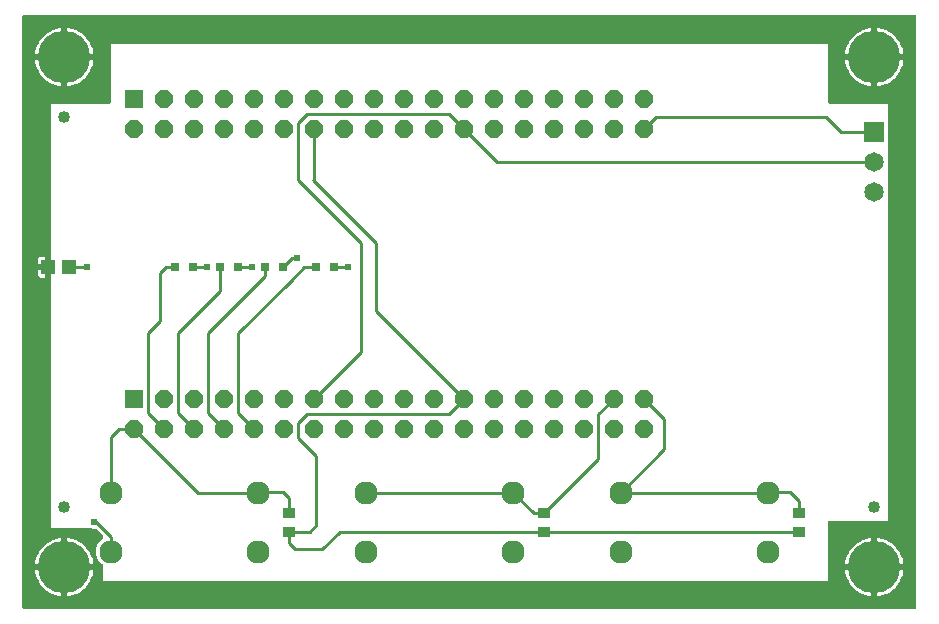
<source format=gbr>
G04 EAGLE Gerber RS-274X export*
G75*
%MOMM*%
%FSLAX34Y34*%
%LPD*%
%INTop Copper*%
%IPPOS*%
%AMOC8*
5,1,8,0,0,1.08239X$1,22.5*%
G01*
%ADD10R,1.524000X1.524000*%
%ADD11P,1.649562X8X22.500000*%
%ADD12R,1.651000X1.651000*%
%ADD13C,1.651000*%
%ADD14C,1.960000*%
%ADD15R,0.800000X0.800000*%
%ADD16R,1.031241X0.949959*%
%ADD17C,4.445000*%
%ADD18C,1.016000*%
%ADD19R,1.143000X1.270000*%
%ADD20C,0.254000*%
%ADD21C,0.609600*%

G36*
X2556Y3692D02*
X2556Y3692D01*
X2563Y3573D01*
X2576Y3535D01*
X2581Y3494D01*
X2624Y3384D01*
X2661Y3271D01*
X2683Y3236D01*
X2698Y3199D01*
X2767Y3103D01*
X2831Y3002D01*
X2861Y2974D01*
X2884Y2941D01*
X2976Y2865D01*
X3063Y2784D01*
X3098Y2764D01*
X3129Y2739D01*
X3237Y2688D01*
X3341Y2630D01*
X3381Y2620D01*
X3417Y2603D01*
X3534Y2581D01*
X3649Y2551D01*
X3709Y2547D01*
X3729Y2543D01*
X3750Y2545D01*
X3810Y2541D01*
X757992Y2541D01*
X758109Y2556D01*
X758228Y2563D01*
X758267Y2575D01*
X758307Y2581D01*
X758417Y2624D01*
X758531Y2661D01*
X758565Y2683D01*
X758603Y2698D01*
X758699Y2767D01*
X758799Y2831D01*
X758827Y2861D01*
X758860Y2884D01*
X758936Y2976D01*
X759017Y3062D01*
X759037Y3098D01*
X759063Y3129D01*
X759114Y3237D01*
X759171Y3341D01*
X759181Y3380D01*
X759198Y3417D01*
X759221Y3534D01*
X759250Y3649D01*
X759254Y3709D01*
X759258Y3729D01*
X759257Y3750D01*
X759261Y3809D01*
X759359Y253999D01*
X759458Y504190D01*
X759443Y504308D01*
X759435Y504427D01*
X759423Y504465D01*
X759418Y504505D01*
X759374Y504616D01*
X759337Y504729D01*
X759316Y504763D01*
X759301Y504801D01*
X759231Y504897D01*
X759167Y504998D01*
X759138Y505026D01*
X759114Y505058D01*
X759023Y505134D01*
X758936Y505216D01*
X758900Y505236D01*
X758870Y505261D01*
X758762Y505312D01*
X758657Y505370D01*
X758618Y505380D01*
X758582Y505397D01*
X758465Y505419D01*
X758349Y505449D01*
X758290Y505453D01*
X758270Y505457D01*
X758249Y505455D01*
X758189Y505459D01*
X3810Y505459D01*
X3692Y505444D01*
X3573Y505437D01*
X3535Y505424D01*
X3494Y505419D01*
X3384Y505376D01*
X3271Y505339D01*
X3236Y505317D01*
X3199Y505302D01*
X3103Y505233D01*
X3002Y505169D01*
X2974Y505139D01*
X2941Y505116D01*
X2865Y505024D01*
X2784Y504937D01*
X2764Y504902D01*
X2739Y504871D01*
X2688Y504763D01*
X2630Y504659D01*
X2620Y504619D01*
X2603Y504583D01*
X2581Y504466D01*
X2551Y504351D01*
X2547Y504291D01*
X2543Y504271D01*
X2545Y504250D01*
X2541Y504190D01*
X2541Y3810D01*
X2556Y3692D01*
G37*
%LPC*%
G36*
X26669Y281941D02*
X26669Y281941D01*
X26669Y290830D01*
X26654Y290948D01*
X26647Y291067D01*
X26634Y291105D01*
X26629Y291145D01*
X26585Y291256D01*
X26549Y291369D01*
X26527Y291404D01*
X26512Y291441D01*
X26442Y291537D01*
X26379Y291638D01*
X26349Y291666D01*
X26325Y291698D01*
X26234Y291774D01*
X26147Y291856D01*
X26112Y291875D01*
X26080Y291901D01*
X25973Y291952D01*
X25869Y292009D01*
X25829Y292020D01*
X25793Y292037D01*
X25676Y292059D01*
X25561Y292089D01*
X25500Y292093D01*
X25480Y292097D01*
X25460Y292095D01*
X25400Y292099D01*
X24129Y292099D01*
X24129Y292101D01*
X25400Y292101D01*
X25518Y292116D01*
X25637Y292123D01*
X25675Y292136D01*
X25715Y292141D01*
X25826Y292185D01*
X25939Y292221D01*
X25974Y292243D01*
X26011Y292258D01*
X26107Y292328D01*
X26208Y292391D01*
X26236Y292421D01*
X26268Y292445D01*
X26344Y292536D01*
X26426Y292623D01*
X26445Y292658D01*
X26471Y292690D01*
X26522Y292797D01*
X26579Y292901D01*
X26590Y292941D01*
X26607Y292977D01*
X26629Y293094D01*
X26659Y293209D01*
X26663Y293270D01*
X26667Y293290D01*
X26665Y293310D01*
X26669Y293370D01*
X26669Y302259D01*
X26669Y302260D01*
X26669Y430531D01*
X76200Y430531D01*
X76318Y430546D01*
X76437Y430553D01*
X76475Y430566D01*
X76516Y430571D01*
X76626Y430614D01*
X76739Y430651D01*
X76774Y430673D01*
X76811Y430688D01*
X76907Y430758D01*
X77008Y430821D01*
X77036Y430851D01*
X77069Y430874D01*
X77145Y430966D01*
X77226Y431053D01*
X77246Y431088D01*
X77271Y431119D01*
X77322Y431227D01*
X77380Y431331D01*
X77390Y431371D01*
X77407Y431407D01*
X77429Y431524D01*
X77459Y431639D01*
X77463Y431700D01*
X77467Y431720D01*
X77465Y431740D01*
X77469Y431800D01*
X77469Y481331D01*
X684531Y481331D01*
X684531Y431800D01*
X684546Y431682D01*
X684553Y431563D01*
X684566Y431525D01*
X684571Y431484D01*
X684614Y431374D01*
X684651Y431261D01*
X684673Y431226D01*
X684688Y431189D01*
X684758Y431093D01*
X684821Y430992D01*
X684851Y430964D01*
X684874Y430931D01*
X684966Y430856D01*
X685053Y430774D01*
X685088Y430754D01*
X685119Y430729D01*
X685227Y430678D01*
X685331Y430620D01*
X685371Y430610D01*
X685407Y430593D01*
X685524Y430571D01*
X685639Y430541D01*
X685700Y430537D01*
X685720Y430533D01*
X685740Y430535D01*
X685800Y430531D01*
X735331Y430531D01*
X735331Y77469D01*
X685800Y77469D01*
X685682Y77454D01*
X685563Y77447D01*
X685525Y77434D01*
X685484Y77429D01*
X685374Y77386D01*
X685261Y77349D01*
X685226Y77327D01*
X685189Y77312D01*
X685093Y77243D01*
X684992Y77179D01*
X684964Y77149D01*
X684931Y77126D01*
X684856Y77034D01*
X684774Y76947D01*
X684754Y76912D01*
X684729Y76881D01*
X684678Y76773D01*
X684620Y76669D01*
X684610Y76629D01*
X684593Y76593D01*
X684571Y76476D01*
X684541Y76361D01*
X684537Y76301D01*
X684533Y76281D01*
X684535Y76260D01*
X684531Y76200D01*
X684531Y26669D01*
X71119Y26669D01*
X71119Y39513D01*
X71116Y39543D01*
X71118Y39572D01*
X71096Y39700D01*
X71079Y39829D01*
X71069Y39856D01*
X71063Y39885D01*
X71010Y40004D01*
X70962Y40124D01*
X70945Y40148D01*
X70933Y40175D01*
X70852Y40277D01*
X70776Y40382D01*
X70753Y40401D01*
X70734Y40424D01*
X70630Y40502D01*
X70531Y40585D01*
X70504Y40597D01*
X70480Y40615D01*
X70336Y40686D01*
X70210Y40738D01*
X66738Y44210D01*
X64859Y48745D01*
X64859Y53655D01*
X66738Y58190D01*
X70210Y61662D01*
X70336Y61714D01*
X70361Y61729D01*
X70389Y61738D01*
X70499Y61807D01*
X70612Y61872D01*
X70633Y61892D01*
X70658Y61908D01*
X70747Y62003D01*
X70840Y62093D01*
X70856Y62118D01*
X70876Y62140D01*
X70939Y62254D01*
X71007Y62364D01*
X71015Y62392D01*
X71030Y62418D01*
X71062Y62544D01*
X71100Y62668D01*
X71102Y62698D01*
X71109Y62726D01*
X71119Y62887D01*
X71119Y64066D01*
X71107Y64164D01*
X71104Y64263D01*
X71087Y64321D01*
X71079Y64381D01*
X71043Y64473D01*
X71015Y64569D01*
X70985Y64621D01*
X70962Y64677D01*
X70904Y64757D01*
X70854Y64842D01*
X70788Y64918D01*
X70776Y64934D01*
X70766Y64942D01*
X70748Y64963D01*
X65471Y70240D01*
X65393Y70300D01*
X65321Y70368D01*
X65268Y70397D01*
X65220Y70434D01*
X65129Y70474D01*
X65042Y70522D01*
X64984Y70537D01*
X64928Y70561D01*
X64830Y70576D01*
X64734Y70601D01*
X64634Y70607D01*
X64614Y70611D01*
X64602Y70609D01*
X64574Y70611D01*
X62388Y70611D01*
X61395Y71023D01*
X61386Y71025D01*
X61378Y71030D01*
X61234Y71067D01*
X61089Y71107D01*
X61079Y71107D01*
X61070Y71109D01*
X60910Y71119D01*
X26669Y71119D01*
X26669Y281940D01*
X26669Y281941D01*
G37*
%LPD*%
%LPC*%
G36*
X726439Y40639D02*
X726439Y40639D01*
X726439Y62736D01*
X728055Y62554D01*
X730767Y61935D01*
X733392Y61017D01*
X735899Y59810D01*
X738254Y58330D01*
X740429Y56595D01*
X742395Y54629D01*
X744130Y52454D01*
X745610Y50099D01*
X746817Y47592D01*
X747735Y44967D01*
X748354Y42255D01*
X748536Y40639D01*
X726439Y40639D01*
G37*
%LPD*%
%LPC*%
G36*
X40639Y472439D02*
X40639Y472439D01*
X40639Y494536D01*
X42255Y494354D01*
X44967Y493735D01*
X47592Y492817D01*
X50099Y491610D01*
X52454Y490130D01*
X54629Y488395D01*
X56595Y486429D01*
X58330Y484254D01*
X59810Y481899D01*
X61017Y479392D01*
X61935Y476767D01*
X62554Y474055D01*
X62736Y472439D01*
X40639Y472439D01*
G37*
%LPD*%
%LPC*%
G36*
X726439Y472439D02*
X726439Y472439D01*
X726439Y494536D01*
X728055Y494354D01*
X730767Y493735D01*
X733392Y492817D01*
X735899Y491610D01*
X738254Y490130D01*
X740429Y488395D01*
X742395Y486429D01*
X744130Y484254D01*
X745610Y481899D01*
X746817Y479392D01*
X747735Y476767D01*
X748354Y474055D01*
X748536Y472439D01*
X726439Y472439D01*
G37*
%LPD*%
%LPC*%
G36*
X40639Y40639D02*
X40639Y40639D01*
X40639Y62736D01*
X42255Y62554D01*
X44967Y61935D01*
X47592Y61017D01*
X50099Y59810D01*
X52454Y58330D01*
X54629Y56595D01*
X56595Y54629D01*
X58330Y52454D01*
X59810Y50099D01*
X61017Y47592D01*
X61935Y44967D01*
X62554Y42255D01*
X62736Y40639D01*
X40639Y40639D01*
G37*
%LPD*%
%LPC*%
G36*
X726439Y35561D02*
X726439Y35561D01*
X748536Y35561D01*
X748354Y33945D01*
X747735Y31233D01*
X746817Y28608D01*
X745610Y26101D01*
X744130Y23746D01*
X742395Y21571D01*
X740429Y19605D01*
X738254Y17870D01*
X735899Y16390D01*
X733392Y15183D01*
X730767Y14265D01*
X728055Y13646D01*
X726439Y13464D01*
X726439Y35561D01*
G37*
%LPD*%
%LPC*%
G36*
X13464Y40639D02*
X13464Y40639D01*
X13646Y42255D01*
X14265Y44967D01*
X15183Y47592D01*
X16390Y50099D01*
X17870Y52454D01*
X19605Y54629D01*
X21571Y56595D01*
X23746Y58330D01*
X26101Y59810D01*
X28608Y61017D01*
X31233Y61935D01*
X33945Y62554D01*
X35561Y62736D01*
X35561Y40639D01*
X13464Y40639D01*
G37*
%LPD*%
%LPC*%
G36*
X13464Y472439D02*
X13464Y472439D01*
X13646Y474055D01*
X14265Y476767D01*
X15183Y479392D01*
X16390Y481899D01*
X17870Y484254D01*
X19605Y486429D01*
X21571Y488395D01*
X23746Y490130D01*
X26101Y491610D01*
X28608Y492817D01*
X31233Y493735D01*
X33945Y494354D01*
X35561Y494536D01*
X35561Y472439D01*
X13464Y472439D01*
G37*
%LPD*%
%LPC*%
G36*
X40639Y467361D02*
X40639Y467361D01*
X62736Y467361D01*
X62554Y465745D01*
X61935Y463033D01*
X61017Y460408D01*
X59810Y457901D01*
X58330Y455546D01*
X56595Y453371D01*
X54629Y451405D01*
X52454Y449670D01*
X50099Y448190D01*
X47592Y446983D01*
X44967Y446065D01*
X42255Y445446D01*
X40639Y445264D01*
X40639Y467361D01*
G37*
%LPD*%
%LPC*%
G36*
X699264Y40639D02*
X699264Y40639D01*
X699446Y42255D01*
X700065Y44967D01*
X700983Y47592D01*
X702190Y50099D01*
X703670Y52454D01*
X705405Y54629D01*
X707371Y56595D01*
X709546Y58330D01*
X711901Y59810D01*
X714408Y61017D01*
X717033Y61935D01*
X719745Y62554D01*
X721361Y62736D01*
X721361Y40639D01*
X699264Y40639D01*
G37*
%LPD*%
%LPC*%
G36*
X726439Y467361D02*
X726439Y467361D01*
X748536Y467361D01*
X748354Y465745D01*
X747735Y463033D01*
X746817Y460408D01*
X745610Y457901D01*
X744130Y455546D01*
X742395Y453371D01*
X740429Y451405D01*
X738254Y449670D01*
X735899Y448190D01*
X733392Y446983D01*
X730767Y446065D01*
X728055Y445446D01*
X726439Y445264D01*
X726439Y467361D01*
G37*
%LPD*%
%LPC*%
G36*
X699264Y472439D02*
X699264Y472439D01*
X699446Y474055D01*
X700065Y476767D01*
X700983Y479392D01*
X702190Y481899D01*
X703670Y484254D01*
X705405Y486429D01*
X707371Y488395D01*
X709546Y490130D01*
X711901Y491610D01*
X714408Y492817D01*
X717033Y493735D01*
X719745Y494354D01*
X721361Y494536D01*
X721361Y472439D01*
X699264Y472439D01*
G37*
%LPD*%
%LPC*%
G36*
X40639Y35561D02*
X40639Y35561D01*
X62736Y35561D01*
X62554Y33945D01*
X61935Y31233D01*
X61017Y28608D01*
X59810Y26101D01*
X58330Y23746D01*
X56595Y21571D01*
X54629Y19605D01*
X52454Y17870D01*
X50099Y16390D01*
X47592Y15183D01*
X44967Y14265D01*
X42255Y13646D01*
X40639Y13464D01*
X40639Y35561D01*
G37*
%LPD*%
%LPC*%
G36*
X719745Y445446D02*
X719745Y445446D01*
X717033Y446065D01*
X714408Y446983D01*
X711901Y448190D01*
X709546Y449670D01*
X707371Y451405D01*
X705405Y453371D01*
X703670Y455546D01*
X702190Y457901D01*
X700983Y460408D01*
X700065Y463033D01*
X699446Y465745D01*
X699264Y467361D01*
X721361Y467361D01*
X721361Y445264D01*
X719745Y445446D01*
G37*
%LPD*%
%LPC*%
G36*
X33945Y13646D02*
X33945Y13646D01*
X31233Y14265D01*
X28608Y15183D01*
X26101Y16390D01*
X23746Y17870D01*
X21571Y19605D01*
X19605Y21571D01*
X17870Y23746D01*
X16390Y26101D01*
X15183Y28608D01*
X14265Y31233D01*
X13646Y33945D01*
X13464Y35561D01*
X35561Y35561D01*
X35561Y13464D01*
X33945Y13646D01*
G37*
%LPD*%
%LPC*%
G36*
X33945Y445446D02*
X33945Y445446D01*
X31233Y446065D01*
X28608Y446983D01*
X26101Y448190D01*
X23746Y449670D01*
X21571Y451405D01*
X19605Y453371D01*
X17870Y455546D01*
X16390Y457901D01*
X15183Y460408D01*
X14265Y463033D01*
X13646Y465745D01*
X13464Y467361D01*
X35561Y467361D01*
X35561Y445264D01*
X33945Y445446D01*
G37*
%LPD*%
%LPC*%
G36*
X719745Y13646D02*
X719745Y13646D01*
X717033Y14265D01*
X714408Y15183D01*
X711901Y16390D01*
X709546Y17870D01*
X707371Y19605D01*
X705405Y21571D01*
X703670Y23746D01*
X702190Y26101D01*
X700983Y28608D01*
X700065Y31233D01*
X699446Y33945D01*
X699264Y35561D01*
X721361Y35561D01*
X721361Y13464D01*
X719745Y13646D01*
G37*
%LPD*%
%LPC*%
G36*
X15874Y294639D02*
X15874Y294639D01*
X15874Y298784D01*
X16047Y299431D01*
X16382Y300010D01*
X16855Y300483D01*
X17434Y300818D01*
X18081Y300991D01*
X21591Y300991D01*
X21591Y294639D01*
X15874Y294639D01*
G37*
%LPD*%
%LPC*%
G36*
X18081Y283209D02*
X18081Y283209D01*
X17434Y283382D01*
X16855Y283717D01*
X16382Y284190D01*
X16047Y284769D01*
X15874Y285416D01*
X15874Y289561D01*
X21591Y289561D01*
X21591Y283209D01*
X18081Y283209D01*
G37*
%LPD*%
%LPC*%
G36*
X723899Y38099D02*
X723899Y38099D01*
X723899Y38101D01*
X723901Y38101D01*
X723901Y38099D01*
X723899Y38099D01*
G37*
%LPD*%
%LPC*%
G36*
X38099Y38099D02*
X38099Y38099D01*
X38099Y38101D01*
X38101Y38101D01*
X38101Y38099D01*
X38099Y38099D01*
G37*
%LPD*%
%LPC*%
G36*
X38099Y469899D02*
X38099Y469899D01*
X38099Y469901D01*
X38101Y469901D01*
X38101Y469899D01*
X38099Y469899D01*
G37*
%LPD*%
%LPC*%
G36*
X723899Y469899D02*
X723899Y469899D01*
X723899Y469901D01*
X723901Y469901D01*
X723901Y469899D01*
X723899Y469899D01*
G37*
%LPD*%
D10*
X97200Y434600D03*
D11*
X97200Y409200D03*
X122600Y434600D03*
X122600Y409200D03*
X148000Y434600D03*
X148000Y409200D03*
X173400Y434600D03*
X173400Y409200D03*
X198800Y434600D03*
X198800Y409200D03*
X224200Y434600D03*
X224200Y409200D03*
X249600Y434600D03*
X249600Y409200D03*
X275000Y434600D03*
X275000Y409200D03*
X300400Y434600D03*
X300400Y409200D03*
X325800Y434600D03*
X325800Y409200D03*
X351200Y434600D03*
X351200Y409200D03*
X376600Y434600D03*
X376600Y409200D03*
X402000Y434600D03*
X402000Y409200D03*
X427400Y434600D03*
X427400Y409200D03*
X452800Y434600D03*
X452800Y409200D03*
X478200Y434600D03*
X478200Y409200D03*
X503600Y434600D03*
X503600Y409200D03*
X529000Y434600D03*
X529000Y409200D03*
D10*
X97200Y180600D03*
D11*
X97200Y155200D03*
X122600Y180600D03*
X122600Y155200D03*
X148000Y180600D03*
X148000Y155200D03*
X173400Y180600D03*
X173400Y155200D03*
X198800Y180600D03*
X198800Y155200D03*
X224200Y180600D03*
X224200Y155200D03*
X249600Y180600D03*
X249600Y155200D03*
X275000Y180600D03*
X275000Y155200D03*
X300400Y180600D03*
X300400Y155200D03*
X325800Y180600D03*
X325800Y155200D03*
X351200Y180600D03*
X351200Y155200D03*
X376600Y180600D03*
X376600Y155200D03*
X402000Y180600D03*
X402000Y155200D03*
X427400Y180600D03*
X427400Y155200D03*
X452800Y180600D03*
X452800Y155200D03*
X478200Y180600D03*
X478200Y155200D03*
X503600Y180600D03*
X503600Y155200D03*
X529000Y180600D03*
X529000Y155200D03*
D12*
X723900Y406400D03*
D13*
X723900Y381000D03*
X723900Y355600D03*
D14*
X202200Y101200D03*
X202200Y51200D03*
X77200Y51200D03*
X77200Y101200D03*
X418100Y101200D03*
X418100Y51200D03*
X293100Y51200D03*
X293100Y101200D03*
X634000Y101200D03*
X634000Y51200D03*
X509000Y51200D03*
X509000Y101200D03*
D15*
X132200Y292100D03*
X147200Y292100D03*
X170300Y292100D03*
X185300Y292100D03*
X208400Y292100D03*
X223400Y292100D03*
X251580Y292100D03*
X266580Y292100D03*
D16*
X228600Y68199D03*
X228600Y84201D03*
X444500Y68199D03*
X444500Y84201D03*
X660400Y68199D03*
X660400Y84201D03*
D17*
X38100Y38100D03*
X723900Y38100D03*
X723900Y469900D03*
X38100Y469900D03*
D18*
X38100Y88900D03*
X38100Y419100D03*
X723900Y88900D03*
D19*
X41910Y292100D03*
X24130Y292100D03*
D20*
X64900Y76200D02*
X77200Y63900D01*
X64900Y76200D02*
X63500Y76200D01*
X77200Y63900D02*
X77200Y51200D01*
D21*
X63500Y76200D03*
D20*
X266580Y292100D02*
X278130Y292100D01*
D21*
X278130Y292100D03*
D20*
X231020Y299720D02*
X223400Y292100D01*
X231020Y299720D02*
X234950Y299720D01*
D21*
X234950Y299720D03*
D20*
X196850Y292100D02*
X185300Y292100D01*
D21*
X196850Y292100D03*
D20*
X158750Y292100D02*
X147200Y292100D01*
D21*
X158750Y292100D03*
D20*
X57150Y292100D02*
X41910Y292100D01*
D21*
X57150Y292100D03*
D20*
X249600Y180600D02*
X289560Y220560D01*
X289560Y312420D02*
X236220Y365760D01*
X236220Y414020D01*
X243840Y421640D01*
X364160Y421640D02*
X376600Y409200D01*
X289560Y312420D02*
X289560Y220560D01*
X243840Y421640D02*
X364160Y421640D01*
X376600Y409200D02*
X404800Y381000D01*
X723900Y381000D01*
X660400Y68199D02*
X444500Y68199D01*
X245999Y68199D02*
X228600Y68199D01*
X245999Y68199D02*
X251460Y73660D01*
X251460Y132080D01*
X236220Y147320D02*
X236220Y160020D01*
X243840Y167640D01*
X363640Y167640D02*
X376600Y180600D01*
X251460Y132080D02*
X236220Y147320D01*
X243840Y167640D02*
X363640Y167640D01*
X444500Y68199D02*
X271399Y68199D01*
X256540Y53340D01*
X233680Y53340D02*
X228600Y58420D01*
X228600Y68199D01*
X233680Y53340D02*
X256540Y53340D01*
X249600Y366440D02*
X249600Y409200D01*
X249600Y366440D02*
X248920Y365760D01*
X302260Y312420D01*
X302260Y254940D02*
X376600Y180600D01*
X302260Y254940D02*
X302260Y312420D01*
X652780Y101600D02*
X660400Y93980D01*
X652780Y101600D02*
X634400Y101600D01*
X634000Y101200D01*
X660400Y93980D02*
X660400Y84201D01*
X634000Y101200D02*
X509000Y101200D01*
X546100Y138300D01*
X546100Y163500D02*
X529000Y180600D01*
X546100Y163500D02*
X546100Y138300D01*
X490220Y129921D02*
X444500Y84201D01*
X490220Y129921D02*
X490220Y167640D01*
X503180Y180600D01*
X503600Y180600D01*
X418100Y101200D02*
X293100Y101200D01*
X418100Y101200D02*
X435480Y83820D01*
X444119Y83820D02*
X444500Y84201D01*
X444119Y83820D02*
X435480Y83820D01*
X228600Y96520D02*
X223520Y101600D01*
X202600Y101600D01*
X202200Y101200D01*
X228600Y96520D02*
X228600Y84201D01*
X77200Y101200D02*
X77200Y148320D01*
X84080Y155200D02*
X97200Y155200D01*
X84080Y155200D02*
X77200Y148320D01*
X151200Y101200D02*
X202200Y101200D01*
X151200Y101200D02*
X97200Y155200D01*
X529000Y409200D02*
X538900Y419100D01*
X683260Y419100D02*
X695960Y406400D01*
X723900Y406400D01*
X683260Y419100D02*
X538900Y419100D01*
X122600Y155200D02*
X109220Y168580D01*
X119380Y246380D02*
X119380Y287020D01*
X124460Y292100D01*
X132200Y292100D01*
X109220Y236220D02*
X109220Y168580D01*
X109220Y236220D02*
X119380Y246380D01*
X134620Y168580D02*
X148000Y155200D01*
X170300Y271900D02*
X170300Y292100D01*
X134620Y236220D02*
X134620Y168580D01*
X134620Y236220D02*
X170300Y271900D01*
X160020Y168580D02*
X173400Y155200D01*
X208400Y284600D02*
X208400Y292100D01*
X160020Y236220D02*
X160020Y168580D01*
X160020Y236220D02*
X208400Y284600D01*
X185420Y168580D02*
X198800Y155200D01*
X185420Y168580D02*
X185420Y236220D01*
X241300Y292100D02*
X251580Y292100D01*
X229870Y280670D02*
X185420Y236220D01*
X229870Y280670D02*
X241300Y292100D01*
M02*

</source>
